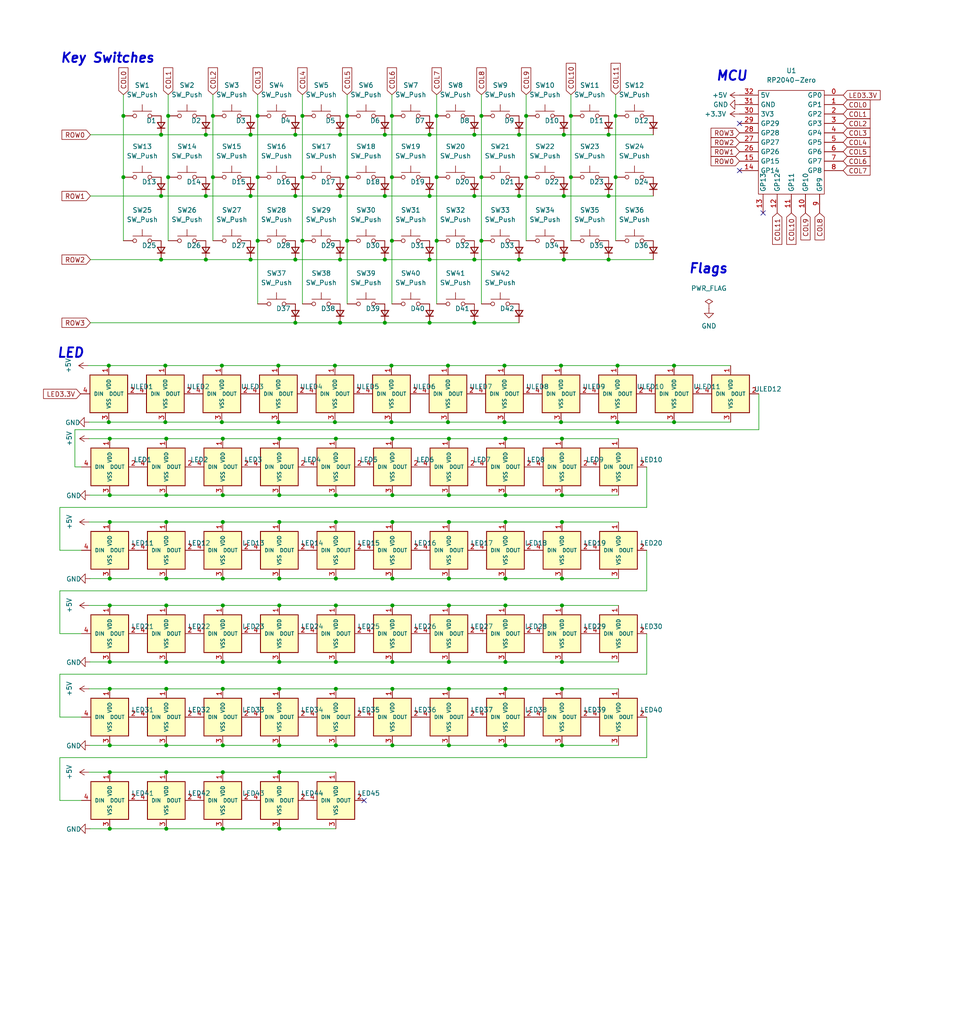
<source format=kicad_sch>
(kicad_sch (version 20230121) (generator eeschema)
  (paper "User" 260.985 275.996)
  (junction (at 43.434 52.832))
  (junction (at 67.564 52.832))
  (junction (at 121.031 178.435))
  (junction (at 90.551 163.195))
  (junction (at 115.824 86.995))
  (junction (at 90.297 113.792))
  (junction (at 151.257 98.552))
  (junction (at 115.824 69.977))
  (junction (at 69.469 64.897))
  (junction (at 121.031 185.674))
  (junction (at 136.271 155.956))
  (junction (at 91.694 86.995))
  (junction (at 103.759 52.832))
  (junction (at 136.271 140.716))
  (junction (at 75.311 163.195))
  (junction (at 60.071 140.716))
  (junction (at 60.071 223.393))
  (junction (at 136.271 185.674))
  (junction (at 90.551 185.674))
  (junction (at 141.859 47.752))
  (junction (at 75.311 178.435))
  (junction (at 127.889 36.322))
  (junction (at 79.629 36.322))
  (junction (at 29.591 163.195))
  (junction (at 29.591 140.716))
  (junction (at 121.031 200.914))
  (junction (at 90.551 133.477))
  (junction (at 44.831 133.477))
  (junction (at 33.274 31.242))
  (junction (at 90.551 200.914))
  (junction (at 164.084 52.832))
  (junction (at 44.831 185.674))
  (junction (at 151.257 113.792))
  (junction (at 60.071 200.914))
  (junction (at 93.599 47.752))
  (junction (at 44.831 118.237))
  (junction (at 152.019 52.832))
  (junction (at 129.794 64.897))
  (junction (at 60.071 185.674))
  (junction (at 75.311 155.956))
  (junction (at 43.434 36.322))
  (junction (at 181.737 113.792))
  (junction (at 151.511 118.237))
  (junction (at 121.031 155.956))
  (junction (at 29.591 223.393))
  (junction (at 151.511 133.477))
  (junction (at 75.057 98.552))
  (junction (at 44.831 140.716))
  (junction (at 121.031 133.477))
  (junction (at 57.404 31.242))
  (junction (at 153.924 47.752))
  (junction (at 75.311 208.153))
  (junction (at 81.534 64.897))
  (junction (at 127.889 69.977))
  (junction (at 91.694 52.832))
  (junction (at 181.737 98.552))
  (junction (at 152.019 69.977))
  (junction (at 136.017 113.792))
  (junction (at 121.031 163.195))
  (junction (at 151.511 140.716))
  (junction (at 105.791 185.674))
  (junction (at 90.297 98.552))
  (junction (at 139.954 52.832))
  (junction (at 79.629 69.977))
  (junction (at 91.694 69.977))
  (junction (at 55.499 69.977))
  (junction (at 151.511 200.914))
  (junction (at 69.469 31.242))
  (junction (at 136.271 200.914))
  (junction (at 59.817 113.792))
  (junction (at 75.311 133.477))
  (junction (at 90.551 140.716))
  (junction (at 60.071 118.237))
  (junction (at 75.311 118.237))
  (junction (at 127.889 52.832))
  (junction (at 115.824 52.832))
  (junction (at 136.271 133.477))
  (junction (at 136.271 118.237))
  (junction (at 105.791 163.195))
  (junction (at 105.791 140.716))
  (junction (at 75.311 200.914))
  (junction (at 29.591 185.674))
  (junction (at 164.084 36.322))
  (junction (at 103.759 36.322))
  (junction (at 117.729 31.242))
  (junction (at 105.791 178.435))
  (junction (at 79.629 86.995))
  (junction (at 105.664 31.242))
  (junction (at 93.599 31.242))
  (junction (at 60.071 178.435))
  (junction (at 29.591 178.435))
  (junction (at 165.989 31.242))
  (junction (at 120.777 113.792))
  (junction (at 105.664 64.897))
  (junction (at 152.019 36.322))
  (junction (at 75.311 140.716))
  (junction (at 44.831 163.195))
  (junction (at 45.339 31.242))
  (junction (at 93.599 64.897))
  (junction (at 60.071 163.195))
  (junction (at 105.664 47.752))
  (junction (at 90.551 178.435))
  (junction (at 44.831 208.153))
  (junction (at 44.831 223.393))
  (junction (at 153.924 31.242))
  (junction (at 103.759 86.995))
  (junction (at 60.071 155.956))
  (junction (at 33.274 47.752))
  (junction (at 164.084 69.977))
  (junction (at 44.831 178.435))
  (junction (at 29.591 155.956))
  (junction (at 105.791 155.956))
  (junction (at 105.537 113.792))
  (junction (at 29.591 200.914))
  (junction (at 44.577 113.792))
  (junction (at 166.497 113.792))
  (junction (at 57.404 47.752))
  (junction (at 136.271 178.435))
  (junction (at 43.434 69.977))
  (junction (at 55.499 52.832))
  (junction (at 141.859 31.242))
  (junction (at 105.537 98.552))
  (junction (at 115.824 36.322))
  (junction (at 136.017 98.552))
  (junction (at 105.791 118.237))
  (junction (at 151.511 155.956))
  (junction (at 60.071 208.153))
  (junction (at 90.551 118.237))
  (junction (at 120.777 98.552))
  (junction (at 75.311 223.393))
  (junction (at 103.759 69.977))
  (junction (at 29.591 118.237))
  (junction (at 151.511 163.195))
  (junction (at 151.511 185.674))
  (junction (at 139.954 36.322))
  (junction (at 29.337 113.792))
  (junction (at 91.694 36.322))
  (junction (at 29.337 98.552))
  (junction (at 67.564 69.977))
  (junction (at 151.511 178.435))
  (junction (at 105.791 133.477))
  (junction (at 55.499 36.322))
  (junction (at 139.954 69.977))
  (junction (at 166.497 98.552))
  (junction (at 59.817 98.552))
  (junction (at 136.271 163.195))
  (junction (at 79.629 52.832))
  (junction (at 90.551 155.956))
  (junction (at 75.057 113.792))
  (junction (at 44.577 98.552))
  (junction (at 69.469 47.752))
  (junction (at 44.831 155.956))
  (junction (at 127.889 86.995))
  (junction (at 45.339 47.752))
  (junction (at 105.791 200.914))
  (junction (at 60.071 133.477))
  (junction (at 29.591 208.153))
  (junction (at 75.311 185.674))
  (junction (at 121.031 140.716))
  (junction (at 121.031 118.237))
  (junction (at 165.989 47.752))
  (junction (at 81.534 31.242))
  (junction (at 44.831 200.914))
  (junction (at 117.729 64.897))
  (junction (at 81.534 47.752))
  (junction (at 29.591 133.477))
  (junction (at 129.794 31.242))
  (junction (at 67.564 36.322))
  (junction (at 117.729 47.752))
  (junction (at 129.794 47.752))
  (no_connect (at 199.39 45.974))
  (no_connect (at 98.171 215.773))
  (no_connect (at 199.39 33.274))
  (no_connect (at 205.74 57.404))
  (wire (pts (xy 60.071 208.153) (xy 75.311 208.153)))
  (wire (pts (xy 69.469 64.897) (xy 69.469 81.915)))
  (wire (pts (xy 129.794 47.752) (xy 129.794 64.897)))
  (wire (pts (xy 151.511 118.237) (xy 166.751 118.237)))
  (wire (pts (xy 141.859 31.242) (xy 141.859 47.752)))
  (wire (pts (xy 43.434 36.322) (xy 55.499 36.322)))
  (wire (pts (xy 29.591 140.716) (xy 44.831 140.716)))
  (wire (pts (xy 204.597 106.172) (xy 204.597 115.824)))
  (wire (pts (xy 59.817 98.552) (xy 75.057 98.552)))
  (wire (pts (xy 29.591 178.435) (xy 44.831 178.435)))
  (wire (pts (xy 151.511 185.674) (xy 166.751 185.674)))
  (wire (pts (xy 91.694 86.995) (xy 79.629 86.995)))
  (wire (pts (xy 90.551 163.195) (xy 105.791 163.195)))
  (wire (pts (xy 105.664 47.752) (xy 105.664 64.897)))
  (wire (pts (xy 55.499 52.832) (xy 67.564 52.832)))
  (wire (pts (xy 151.511 178.435) (xy 166.751 178.435)))
  (wire (pts (xy 151.511 155.956) (xy 166.751 155.956)))
  (wire (pts (xy 105.791 178.435) (xy 121.031 178.435)))
  (wire (pts (xy 129.794 64.897) (xy 129.794 81.915)))
  (wire (pts (xy 93.599 25.527) (xy 93.599 31.242)))
  (wire (pts (xy 103.759 86.995) (xy 115.824 86.995)))
  (wire (pts (xy 57.404 25.527) (xy 57.404 31.242)))
  (wire (pts (xy 174.371 170.815) (xy 174.371 181.737)))
  (wire (pts (xy 139.954 52.832) (xy 152.019 52.832)))
  (wire (pts (xy 16.129 170.815) (xy 21.971 170.815)))
  (wire (pts (xy 29.591 155.956) (xy 44.831 155.956)))
  (wire (pts (xy 24.257 178.435) (xy 29.591 178.435)))
  (wire (pts (xy 44.831 140.716) (xy 60.071 140.716)))
  (wire (pts (xy 90.551 140.716) (xy 105.791 140.716)))
  (wire (pts (xy 105.791 155.956) (xy 121.031 155.956)))
  (wire (pts (xy 24.384 52.832) (xy 43.434 52.832)))
  (wire (pts (xy 20.193 115.824) (xy 20.193 125.857)))
  (wire (pts (xy 165.989 47.752) (xy 165.989 64.897)))
  (wire (pts (xy 105.537 98.552) (xy 120.777 98.552)))
  (wire (pts (xy 166.497 98.552) (xy 181.737 98.552)))
  (wire (pts (xy 67.564 36.322) (xy 79.629 36.322)))
  (wire (pts (xy 121.031 200.914) (xy 136.271 200.914)))
  (wire (pts (xy 105.791 140.716) (xy 121.031 140.716)))
  (wire (pts (xy 181.737 113.792) (xy 196.977 113.792)))
  (wire (pts (xy 55.499 36.322) (xy 67.564 36.322)))
  (wire (pts (xy 16.129 193.294) (xy 21.971 193.294)))
  (wire (pts (xy 127.889 86.995) (xy 139.954 86.995)))
  (wire (pts (xy 105.791 163.195) (xy 121.031 163.195)))
  (wire (pts (xy 91.694 86.995) (xy 103.759 86.995)))
  (wire (pts (xy 117.729 47.752) (xy 117.729 64.897)))
  (wire (pts (xy 33.274 47.752) (xy 33.274 64.897)))
  (wire (pts (xy 115.824 36.322) (xy 127.889 36.322)))
  (wire (pts (xy 151.257 98.552) (xy 166.497 98.552)))
  (wire (pts (xy 121.031 163.195) (xy 136.271 163.195)))
  (wire (pts (xy 136.017 98.552) (xy 151.257 98.552)))
  (wire (pts (xy 115.824 86.995) (xy 127.889 86.995)))
  (wire (pts (xy 44.831 223.393) (xy 60.071 223.393)))
  (wire (pts (xy 24.003 208.153) (xy 29.591 208.153)))
  (wire (pts (xy 24.257 200.914) (xy 29.591 200.914)))
  (wire (pts (xy 44.831 163.195) (xy 60.071 163.195)))
  (wire (pts (xy 174.371 159.258) (xy 16.129 159.258)))
  (wire (pts (xy 166.497 113.792) (xy 181.737 113.792)))
  (wire (pts (xy 29.591 163.195) (xy 44.831 163.195)))
  (wire (pts (xy 174.371 193.294) (xy 174.371 204.216)))
  (wire (pts (xy 79.629 52.832) (xy 91.694 52.832)))
  (wire (pts (xy 29.591 200.914) (xy 44.831 200.914)))
  (wire (pts (xy 75.311 185.674) (xy 90.551 185.674)))
  (wire (pts (xy 103.759 36.322) (xy 115.824 36.322)))
  (wire (pts (xy 69.469 47.752) (xy 69.469 64.897)))
  (wire (pts (xy 81.534 31.242) (xy 81.534 47.752)))
  (wire (pts (xy 16.129 215.773) (xy 21.971 215.773)))
  (wire (pts (xy 29.337 113.792) (xy 44.577 113.792)))
  (wire (pts (xy 16.129 136.779) (xy 16.129 148.336)))
  (wire (pts (xy 75.311 200.914) (xy 90.551 200.914)))
  (wire (pts (xy 44.831 155.956) (xy 60.071 155.956)))
  (wire (pts (xy 127.889 52.832) (xy 139.954 52.832)))
  (wire (pts (xy 91.694 69.977) (xy 103.759 69.977)))
  (wire (pts (xy 16.129 193.294) (xy 16.129 181.737)))
  (wire (pts (xy 93.599 64.897) (xy 93.599 81.915)))
  (wire (pts (xy 44.831 208.153) (xy 60.071 208.153)))
  (wire (pts (xy 75.311 118.237) (xy 90.551 118.237)))
  (wire (pts (xy 91.694 52.832) (xy 103.759 52.832)))
  (wire (pts (xy 115.824 52.832) (xy 127.889 52.832)))
  (wire (pts (xy 16.129 170.815) (xy 16.129 159.258)))
  (wire (pts (xy 151.257 113.792) (xy 166.497 113.792)))
  (wire (pts (xy 29.591 185.674) (xy 44.831 185.674)))
  (wire (pts (xy 90.297 113.792) (xy 105.537 113.792)))
  (wire (pts (xy 121.031 178.435) (xy 136.271 178.435)))
  (wire (pts (xy 127.889 69.977) (xy 139.954 69.977)))
  (wire (pts (xy 44.577 98.552) (xy 59.817 98.552)))
  (wire (pts (xy 67.564 69.977) (xy 79.629 69.977)))
  (wire (pts (xy 174.371 181.737) (xy 16.129 181.737)))
  (wire (pts (xy 139.954 36.322) (xy 152.019 36.322)))
  (wire (pts (xy 60.071 155.956) (xy 75.311 155.956)))
  (wire (pts (xy 141.859 25.527) (xy 141.859 31.242)))
  (wire (pts (xy 75.311 133.477) (xy 90.551 133.477)))
  (wire (pts (xy 23.749 98.552) (xy 29.337 98.552)))
  (wire (pts (xy 75.311 223.393) (xy 90.551 223.393)))
  (wire (pts (xy 152.019 69.977) (xy 164.084 69.977)))
  (wire (pts (xy 153.924 25.527) (xy 153.924 31.242)))
  (wire (pts (xy 136.017 113.792) (xy 151.257 113.792)))
  (wire (pts (xy 75.311 163.195) (xy 90.551 163.195)))
  (wire (pts (xy 60.071 118.237) (xy 75.311 118.237)))
  (wire (pts (xy 60.071 133.477) (xy 75.311 133.477)))
  (wire (pts (xy 60.071 140.716) (xy 75.311 140.716)))
  (wire (pts (xy 75.057 113.792) (xy 90.297 113.792)))
  (wire (pts (xy 121.031 185.674) (xy 136.271 185.674)))
  (wire (pts (xy 33.274 25.527) (xy 33.274 31.242)))
  (wire (pts (xy 136.271 118.237) (xy 151.511 118.237)))
  (wire (pts (xy 43.434 69.977) (xy 55.499 69.977)))
  (wire (pts (xy 91.694 36.322) (xy 103.759 36.322)))
  (wire (pts (xy 44.831 178.435) (xy 60.071 178.435)))
  (wire (pts (xy 174.371 204.216) (xy 16.129 204.216)))
  (wire (pts (xy 43.434 52.832) (xy 55.499 52.832)))
  (wire (pts (xy 60.071 223.393) (xy 75.311 223.393)))
  (wire (pts (xy 93.599 47.752) (xy 93.599 64.897)))
  (wire (pts (xy 33.274 31.242) (xy 33.274 47.752)))
  (wire (pts (xy 75.057 98.552) (xy 90.297 98.552)))
  (wire (pts (xy 141.859 47.752) (xy 141.859 64.897)))
  (wire (pts (xy 90.551 155.956) (xy 105.791 155.956)))
  (wire (pts (xy 121.031 140.716) (xy 136.271 140.716)))
  (wire (pts (xy 174.371 148.336) (xy 174.371 159.258)))
  (wire (pts (xy 121.031 133.477) (xy 136.271 133.477)))
  (wire (pts (xy 129.794 31.242) (xy 129.794 47.752)))
  (wire (pts (xy 136.271 133.477) (xy 151.511 133.477)))
  (wire (pts (xy 151.511 133.477) (xy 166.751 133.477)))
  (wire (pts (xy 127.889 36.322) (xy 139.954 36.322)))
  (wire (pts (xy 136.271 155.956) (xy 151.511 155.956)))
  (wire (pts (xy 60.071 163.195) (xy 75.311 163.195)))
  (wire (pts (xy 139.954 69.977) (xy 152.019 69.977)))
  (wire (pts (xy 24.003 113.792) (xy 29.337 113.792)))
  (wire (pts (xy 67.564 52.832) (xy 79.629 52.832)))
  (wire (pts (xy 20.193 115.824) (xy 204.597 115.824)))
  (wire (pts (xy 29.591 208.153) (xy 44.831 208.153)))
  (wire (pts (xy 44.831 200.914) (xy 60.071 200.914)))
  (wire (pts (xy 105.664 64.897) (xy 105.664 81.915)))
  (wire (pts (xy 16.129 215.773) (xy 16.129 204.216)))
  (wire (pts (xy 60.071 185.674) (xy 75.311 185.674)))
  (wire (pts (xy 105.791 118.237) (xy 121.031 118.237)))
  (wire (pts (xy 44.831 133.477) (xy 60.071 133.477)))
  (wire (pts (xy 69.469 25.527) (xy 69.469 31.242)))
  (wire (pts (xy 79.629 69.977) (xy 91.694 69.977)))
  (wire (pts (xy 24.384 69.977) (xy 43.434 69.977)))
  (wire (pts (xy 24.384 36.322) (xy 43.434 36.322)))
  (wire (pts (xy 75.311 178.435) (xy 90.551 178.435)))
  (wire (pts (xy 90.297 98.552) (xy 105.537 98.552)))
  (wire (pts (xy 105.791 200.914) (xy 121.031 200.914)))
  (wire (pts (xy 153.924 47.752) (xy 153.924 64.897)))
  (wire (pts (xy 45.339 25.527) (xy 45.339 31.242)))
  (wire (pts (xy 45.339 31.242) (xy 45.339 47.752)))
  (wire (pts (xy 90.551 118.237) (xy 105.791 118.237)))
  (wire (pts (xy 69.469 31.242) (xy 69.469 47.752)))
  (wire (pts (xy 136.271 185.674) (xy 151.511 185.674)))
  (wire (pts (xy 45.339 47.752) (xy 45.339 64.897)))
  (wire (pts (xy 117.729 31.242) (xy 117.729 47.752)))
  (wire (pts (xy 44.831 185.674) (xy 60.071 185.674)))
  (wire (pts (xy 79.629 86.995) (xy 24.384 86.995)))
  (wire (pts (xy 152.019 36.322) (xy 164.084 36.322)))
  (wire (pts (xy 24.257 133.477) (xy 29.591 133.477)))
  (wire (pts (xy 59.817 113.792) (xy 75.057 113.792)))
  (wire (pts (xy 81.534 25.527) (xy 81.534 31.242)))
  (wire (pts (xy 103.759 52.832) (xy 115.824 52.832)))
  (wire (pts (xy 164.084 69.977) (xy 176.149 69.977)))
  (wire (pts (xy 151.511 163.195) (xy 166.751 163.195)))
  (wire (pts (xy 105.791 185.674) (xy 121.031 185.674)))
  (wire (pts (xy 129.794 25.527) (xy 129.794 31.242)))
  (wire (pts (xy 75.311 140.716) (xy 90.551 140.716)))
  (wire (pts (xy 121.031 155.956) (xy 136.271 155.956)))
  (wire (pts (xy 44.577 113.792) (xy 59.817 113.792)))
  (wire (pts (xy 165.989 25.527) (xy 165.989 31.242)))
  (wire (pts (xy 24.003 185.674) (xy 29.591 185.674)))
  (wire (pts (xy 60.071 178.435) (xy 75.311 178.435)))
  (wire (pts (xy 120.777 98.552) (xy 136.017 98.552)))
  (wire (pts (xy 81.534 47.752) (xy 81.534 64.897)))
  (wire (pts (xy 57.404 47.752) (xy 57.404 64.897)))
  (wire (pts (xy 105.537 113.792) (xy 120.777 113.792)))
  (wire (pts (xy 164.084 36.322) (xy 176.149 36.322)))
  (wire (pts (xy 90.551 185.674) (xy 105.791 185.674)))
  (wire (pts (xy 120.777 113.792) (xy 136.017 113.792)))
  (wire (pts (xy 24.003 140.716) (xy 29.591 140.716)))
  (wire (pts (xy 151.511 200.914) (xy 166.751 200.914)))
  (wire (pts (xy 151.511 140.716) (xy 166.751 140.716)))
  (wire (pts (xy 24.257 155.956) (xy 29.591 155.956)))
  (wire (pts (xy 75.311 155.956) (xy 90.551 155.956)))
  (wire (pts (xy 93.599 31.242) (xy 93.599 47.752)))
  (wire (pts (xy 79.629 36.322) (xy 91.694 36.322)))
  (wire (pts (xy 181.737 98.552) (xy 196.977 98.552)))
  (wire (pts (xy 174.371 125.857) (xy 174.371 136.779)))
  (wire (pts (xy 121.031 118.237) (xy 136.271 118.237)))
  (wire (pts (xy 55.499 69.977) (xy 67.564 69.977)))
  (wire (pts (xy 20.193 125.857) (xy 21.971 125.857)))
  (wire (pts (xy 24.003 118.237) (xy 29.591 118.237)))
  (wire (pts (xy 165.989 31.242) (xy 165.989 47.752)))
  (wire (pts (xy 29.591 223.393) (xy 44.831 223.393)))
  (wire (pts (xy 105.791 133.477) (xy 121.031 133.477)))
  (wire (pts (xy 90.551 133.477) (xy 105.791 133.477)))
  (wire (pts (xy 164.084 52.832) (xy 176.149 52.832)))
  (wire (pts (xy 57.404 31.242) (xy 57.404 47.752)))
  (wire (pts (xy 117.729 25.527) (xy 117.729 31.242)))
  (wire (pts (xy 24.003 163.195) (xy 29.591 163.195)))
  (wire (pts (xy 136.271 163.195) (xy 151.511 163.195)))
  (wire (pts (xy 117.729 64.897) (xy 117.729 81.915)))
  (wire (pts (xy 60.071 200.914) (xy 75.311 200.914)))
  (wire (pts (xy 29.337 98.552) (xy 44.577 98.552)))
  (wire (pts (xy 136.271 140.716) (xy 151.511 140.716)))
  (wire (pts (xy 115.824 69.977) (xy 127.889 69.977)))
  (wire (pts (xy 29.591 118.237) (xy 44.831 118.237)))
  (wire (pts (xy 105.664 31.242) (xy 105.664 47.752)))
  (wire (pts (xy 29.591 133.477) (xy 44.831 133.477)))
  (wire (pts (xy 174.371 136.779) (xy 16.129 136.779)))
  (wire (pts (xy 136.271 200.914) (xy 151.511 200.914)))
  (wire (pts (xy 90.551 178.435) (xy 105.791 178.435)))
  (wire (pts (xy 75.311 208.153) (xy 90.551 208.153)))
  (wire (pts (xy 105.664 25.527) (xy 105.664 31.242)))
  (wire (pts (xy 136.271 178.435) (xy 151.511 178.435)))
  (wire (pts (xy 44.831 118.237) (xy 60.071 118.237)))
  (wire (pts (xy 153.924 31.242) (xy 153.924 47.752)))
  (wire (pts (xy 16.129 148.336) (xy 21.971 148.336)))
  (wire (pts (xy 90.551 200.914) (xy 105.791 200.914)))
  (wire (pts (xy 152.019 52.832) (xy 164.084 52.832)))
  (wire (pts (xy 24.257 223.393) (xy 29.591 223.393)))
  (wire (pts (xy 81.534 64.897) (xy 81.534 81.915)))
  (wire (pts (xy 103.759 69.977) (xy 115.824 69.977)))
  (text "Flags" (at 185.547 74.041 0) (effects (font (size 2.54 2.54) (thickness 0.508) bold italic) (justify left bottom)))
  (text "LED" (at 15.24 96.774 0) (effects (font (size 2.54 2.54) (thickness 0.508) bold italic) (justify left bottom)))
  (text "MCU" (at 192.913 22.098 0) (effects (font (size 2.54 2.54) (thickness 0.508) bold italic) (justify left bottom)))
  (text "Key Switches" (at 16.129 17.272 0) (effects (font (size 2.54 2.54) (thickness 0.508) bold italic) (justify left bottom)))
  (global_label "COL3" (shape input) (at 69.469 25.527 90) (property "Intersheetrefs" "${INTERSHEET_REFS}" (effects hide)))
  (global_label "COL2" (shape input) (at 227.33 33.274 0) (property "Intersheetrefs" "${INTERSHEET_REFS}" (effects hide)))
  (global_label "COL1" (shape input) (at 227.33 30.734 0) (property "Intersheetrefs" "${INTERSHEET_REFS}" (effects hide)))
  (global_label "ROW1" (shape input) (at 199.39 40.894 180) (property "Intersheetrefs" "${INTERSHEET_REFS}" (effects hide)))
  (global_label "LED3.3V" (shape input) (at 227.33 25.654 0) (property "Intersheetrefs" "${INTERSHEET_REFS}" (effects hide)) (property "シート間のリファレンス" "${INTERSHEET_REFS}" (effects hide)))
  (global_label "COL6" (shape input) (at 227.33 43.434 0) (property "Intersheetrefs" "${INTERSHEET_REFS}" (effects hide)))
  (global_label "COL10" (shape input) (at 153.924 25.527 90) (property "Intersheetrefs" "${INTERSHEET_REFS}" (effects hide)))
  (global_label "COL3" (shape input) (at 227.33 35.814 0) (property "Intersheetrefs" "${INTERSHEET_REFS}" (effects hide)))
  (global_label "ROW1" (shape input) (at 24.384 52.832 180) (property "Intersheetrefs" "${INTERSHEET_REFS}" (effects hide)))
  (global_label "COL4" (shape input) (at 227.33 38.354 0) (property "Intersheetrefs" "${INTERSHEET_REFS}" (effects hide)))
  (global_label "COL4" (shape input) (at 81.534 25.527 90) (property "Intersheetrefs" "${INTERSHEET_REFS}" (effects hide)))
  (global_label "COL5" (shape input) (at 93.599 25.527 90) (property "Intersheetrefs" "${INTERSHEET_REFS}" (effects hide)))
  (global_label "COL5" (shape input) (at 227.33 40.894 0) (property "Intersheetrefs" "${INTERSHEET_REFS}" (effects hide)))
  (global_label "COL2" (shape input) (at 57.404 25.527 90) (property "Intersheetrefs" "${INTERSHEET_REFS}" (effects hide)))
  (global_label "ROW2" (shape input) (at 199.39 38.354 180) (property "Intersheetrefs" "${INTERSHEET_REFS}" (effects hide)))
  (global_label "COL8" (shape input) (at 220.98 57.404 270) (property "Intersheetrefs" "${INTERSHEET_REFS}" (effects hide)))
  (global_label "ROW3" (shape input) (at 199.39 35.814 180) (property "Intersheetrefs" "${INTERSHEET_REFS}" (effects hide)))
  (global_label "COL0" (shape input) (at 33.274 25.527 90) (property "Intersheetrefs" "${INTERSHEET_REFS}" (effects hide)))
  (global_label "ROW0" (shape input) (at 199.39 43.434 180) (property "Intersheetrefs" "${INTERSHEET_REFS}" (effects hide)))
  (global_label "COL11" (shape input) (at 165.989 25.527 90) (property "Intersheetrefs" "${INTERSHEET_REFS}" (effects hide)))
  (global_label "COL8" (shape input) (at 129.794 25.527 90) (property "Intersheetrefs" "${INTERSHEET_REFS}" (effects hide)))
  (global_label "COL10" (shape input) (at 213.36 57.404 270) (property "Intersheetrefs" "${INTERSHEET_REFS}" (effects hide)))
  (global_label "COL0" (shape input) (at 227.33 28.194 0) (property "Intersheetrefs" "${INTERSHEET_REFS}" (effects hide)))
  (global_label "ROW0" (shape input) (at 24.384 36.322 180) (property "Intersheetrefs" "${INTERSHEET_REFS}" (effects hide)))
  (global_label "LED3.3V" (shape input) (at 21.717 106.172 180) (property "Intersheetrefs" "${INTERSHEET_REFS}" (effects hide)) (property "シート間のリファレンス" "${INTERSHEET_REFS}" (effects hide)))
  (global_label "COL6" (shape input) (at 105.664 25.527 90) (property "Intersheetrefs" "${INTERSHEET_REFS}" (effects hide)))
  (global_label "COL11" (shape input) (at 209.55 57.404 270) (property "Intersheetrefs" "${INTERSHEET_REFS}" (effects hide)))
  (global_label "COL9" (shape input) (at 141.859 25.527 90) (property "Intersheetrefs" "${INTERSHEET_REFS}" (effects hide)))
  (global_label "ROW2" (shape input) (at 24.384 69.977 180) (property "Intersheetrefs" "${INTERSHEET_REFS}" (effects hide)))
  (global_label "COL7" (shape input) (at 227.33 45.974 0) (property "Intersheetrefs" "${INTERSHEET_REFS}" (effects hide)))
  (global_label "COL7" (shape input) (at 117.729 25.527 90) (property "Intersheetrefs" "${INTERSHEET_REFS}" (effects hide)))
  (global_label "COL9" (shape input) (at 217.17 57.404 270) (property "Intersheetrefs" "${INTERSHEET_REFS}" (effects hide)))
  (global_label "ROW3" (shape input) (at 24.384 86.995 180) (property "Intersheetrefs" "${INTERSHEET_REFS}" (effects hide)))
  (global_label "COL1" (shape input) (at 45.339 25.527 90) (property "Intersheetrefs" "${INTERSHEET_REFS}" (effects hide)))
  (symbol (lib_id "Noraneko:SK6812MINI-E") (at 44.831 148.336 0) (unit 1)
    (property "Reference" "LED12" (at 53.721 146.3916 0))
    (property "Value" "SK6812MINI-E" (effects hide))
    (property "Footprint" "Noraneko:SK6812MINI-E" (effects hide))
  )
  (symbol (lib_id "Switch:SW_Push") (at 74.549 64.897 0) (unit 1)
    (property "Reference" "SW28" (at 74.549 56.642 0))
    (property "Value" "SW_Push" (at 74.549 59.182 0))
    (property "Footprint" "Noraneko:MX_Socket" (effects hide))
  )
  (symbol (lib_id "Switch:SW_Push") (at 50.419 47.752 0) (unit 1)
    (property "Reference" "SW14" (at 50.419 39.497 0))
    (property "Value" "SW_Push" (at 50.419 42.037 0))
    (property "Footprint" "Noraneko:MX_Socket" (effects hide))
  )
  (symbol (lib_id "Noraneko:SK6812MINI-E") (at 44.831 125.857 0) (unit 1)
    (property "Reference" "LED2" (at 53.721 123.9126 0))
    (property "Value" "SK6812MINI-E" (effects hide))
    (property "Footprint" "Noraneko:SK6812MINI-E" (effects hide))
  )
  (symbol (lib_id "Switch:SW_Push") (at 122.809 64.897 0) (unit 1)
    (property "Reference" "SW32" (at 122.809 56.642 0))
    (property "Value" "SW_Push" (at 122.809 59.182 0))
    (property "Footprint" "Noraneko:MX_Socket" (effects hide))
  )
  (symbol (lib_id "Noraneko:SK6812MINI-E") (at 181.737 106.172 0) (unit 1)
    (property "Reference" "ULED11" (at 190.627 104.2276 0))
    (property "Value" "WS2812B" (effects hide))
    (property "Footprint" "Noraneko:WS2812B_PLCC4_5.0x5.0mm" (effects hide))
    (property "LCSC" "C2843785" (effects hide))
  )
  (symbol (lib_id "Noraneko:SK6812MINI-E") (at 105.791 193.294 0) (unit 1)
    (property "Reference" "LED36" (at 114.681 191.3496 0))
    (property "Value" "SK6812MINI-E" (effects hide))
    (property "Footprint" "Noraneko:SK6812MINI-E" (effects hide))
  )
  (symbol (lib_id "Noraneko:SK6812MINI-E") (at 75.311 125.857 0) (unit 1)
    (property "Reference" "LED4" (at 84.201 123.9126 0))
    (property "Value" "SK6812MINI-E" (effects hide))
    (property "Footprint" "Noraneko:SK6812MINI-E" (effects hide))
  )
  (symbol (lib_id "Noraneko:SK6812MINI-E") (at 121.031 148.336 0) (unit 1)
    (property "Reference" "LED17" (at 129.921 146.3916 0))
    (property "Value" "SK6812MINI-E" (effects hide))
    (property "Footprint" "Noraneko:SK6812MINI-E" (effects hide))
  )
  (symbol (lib_id "Noraneko:SK6812MINI-E") (at 44.577 106.172 0) (unit 1)
    (property "Reference" "ULED2" (at 53.467 104.2276 0))
    (property "Value" "WS2812B" (effects hide))
    (property "Footprint" "Noraneko:WS2812B_PLCC4_5.0x5.0mm" (effects hide))
    (property "LCSC" "C2843785" (effects hide))
  )
  (symbol (lib_id "Noraneko:SK6812MINI-E") (at 90.551 193.294 0) (unit 1)
    (property "Reference" "LED35" (at 99.441 191.3496 0))
    (property "Value" "SK6812MINI-E" (effects hide))
    (property "Footprint" "Noraneko:SK6812MINI-E" (effects hide))
  )
  (symbol (lib_id "Noraneko:SK6812MINI-E") (at 166.751 193.294 0) (unit 1)
    (property "Reference" "LED40" (at 175.641 191.3496 0))
    (property "Value" "SK6812MINI-E" (effects hide))
    (property "Footprint" "Noraneko:SK6812MINI-E" (effects hide))
  )
  (symbol (lib_id "Switch:SW_Push") (at 171.069 31.242 0) (unit 1)
    (property "Reference" "SW12" (at 171.069 22.987 0))
    (property "Value" "SW_Push" (at 171.069 25.527 0))
    (property "Footprint" "Noraneko:MX_Socket" (effects hide))
  )
  (symbol (lib_id "power:GND") (at 24.257 133.477 270) (unit 1)
    (property "Reference" "#PWR08" (effects hide))
    (property "Value" "GND" (at 19.8628 133.604 90))
  )
  (symbol (lib_id "Switch:SW_Push") (at 50.419 64.897 0) (unit 1)
    (property "Reference" "SW26" (at 50.419 56.642 0))
    (property "Value" "SW_Push" (at 50.419 59.182 0))
    (property "Footprint" "Noraneko:MX_Socket" (effects hide))
  )
  (symbol (lib_id "Noraneko:SK6812MINI-E") (at 90.551 170.815 0) (unit 1)
    (property "Reference" "LED25" (at 99.441 168.8706 0))
    (property "Value" "SK6812MINI-E" (effects hide))
    (property "Footprint" "Noraneko:SK6812MINI-E" (effects hide))
  )
  (symbol (lib_id "Switch:SW_Push") (at 134.874 81.915 0) (unit 1)
    (property "Reference" "SW42" (at 134.874 73.66 0))
    (property "Value" "SW_Push" (at 134.874 76.2 0))
    (property "Footprint" "Noraneko:MX_Socket" (effects hide))
  )
  (symbol (lib_id "Switch:SW_Push") (at 38.354 47.752 0) (unit 1)
    (property "Reference" "SW13" (at 38.354 39.497 0))
    (property "Value" "SW_Push" (at 38.354 42.037 0))
    (property "Footprint" "Noraneko:MX_Socket" (effects hide))
  )
  (symbol (lib_id "Noraneko:SK6812MINI-E") (at 75.311 193.294 0) (unit 1)
    (property "Reference" "LED34" (at 84.201 191.3496 0))
    (property "Value" "SK6812MINI-E" (effects hide))
    (property "Footprint" "Noraneko:SK6812MINI-E" (effects hide))
  )
  (symbol (lib_id "Device:D_Small") (at 176.149 33.782 90) (unit 1)
    (property "Reference" "D12" (at 174.879 32.512 90) (effects (justify left)))
    (property "Value" "D" (effects hide))
    (property "Footprint" "Noraneko:1N4148W" (effects hide))
    (property "LCSC" "C81598" (effects hide))
    (property "Sim.Device" "D" (effects hide))
    (property "Sim.Pins" "1=K 2=A" (effects hide))
  )
  (symbol (lib_id "Device:D_Small") (at 164.084 67.437 90) (unit 1)
    (property "Reference" "D35" (at 162.814 66.167 90) (effects (justify left)))
    (property "Value" "D" (effects hide))
    (property "Footprint" "Noraneko:1N4148W" (effects hide))
    (property "LCSC" "C81598" (effects hide))
    (property "Sim.Device" "D" (effects hide))
    (property "Sim.Pins" "1=K 2=A" (effects hide))
  )
  (symbol (lib_id "Noraneko:SK6812MINI-E") (at 60.071 193.294 0) (unit 1)
    (property "Reference" "LED33" (at 68.326 191.3496 0))
    (property "Value" "SK6812MINI-E" (effects hide))
    (property "Footprint" "Noraneko:SK6812MINI-E" (effects hide))
  )
  (symbol (lib_id "Device:D_Small") (at 176.149 67.437 90) (unit 1)
    (property "Reference" "D36" (at 174.879 66.167 90) (effects (justify left)))
    (property "Value" "D" (effects hide))
    (property "Footprint" "Noraneko:1N4148W" (effects hide))
    (property "LCSC" "C81598" (effects hide))
    (property "Sim.Device" "D" (effects hide))
    (property "Sim.Pins" "1=K 2=A" (effects hide))
  )
  (symbol (lib_id "Switch:SW_Push") (at 134.874 31.242 0) (unit 1)
    (property "Reference" "SW9" (at 134.874 22.987 0))
    (property "Value" "SW_Push" (at 134.874 25.527 0))
    (property "Footprint" "Noraneko:MX_Socket" (effects hide))
  )
  (symbol (lib_id "power:+5V") (at 23.749 98.552 90) (unit 1)
    (property "Reference" "#PWR05" (effects hide))
    (property "Value" "+5V" (at 18.415 98.552 0))
  )
  (symbol (lib_id "Device:D_Small") (at 152.019 33.782 90) (unit 1)
    (property "Reference" "D10" (at 150.749 32.512 90) (effects (justify left)))
    (property "Value" "D" (effects hide))
    (property "Footprint" "Noraneko:1N4148W" (effects hide))
    (property "LCSC" "C81598" (effects hide))
    (property "Sim.Device" "D" (effects hide))
    (property "Sim.Pins" "1=K 2=A" (effects hide))
  )
  (symbol (lib_id "power:GND") (at 24.257 178.435 270) (unit 1)
    (property "Reference" "#PWR012" (effects hide))
    (property "Value" "GND" (at 19.8628 178.562 90))
  )
  (symbol (lib_id "Noraneko:SK6812MINI-E") (at 90.551 125.857 0) (unit 1)
    (property "Reference" "LED5" (at 99.441 123.9126 0))
    (property "Value" "SK6812MINI-E" (effects hide))
    (property "Footprint" "Noraneko:SK6812MINI-E" (effects hide))
  )
  (symbol (lib_id "Switch:SW_Push") (at 86.614 47.752 0) (unit 1)
    (property "Reference" "SW17" (at 86.614 39.497 0))
    (property "Value" "SW_Push" (at 86.614 42.037 0))
    (property "Footprint" "Noraneko:MX_Socket" (effects hide))
  )
  (symbol (lib_id "Noraneko:SK6812MINI-E") (at 44.831 193.294 0) (unit 1)
    (property "Reference" "LED32" (at 53.721 191.3496 0))
    (property "Value" "SK6812MINI-E" (effects hide))
    (property "Footprint" "Noraneko:SK6812MINI-E" (effects hide))
  )
  (symbol (lib_id "Device:D_Small") (at 43.434 50.292 90) (unit 1)
    (property "Reference" "D13" (at 42.164 49.022 90) (effects (justify left)))
    (property "Value" "D" (effects hide))
    (property "Footprint" "Noraneko:1N4148W" (effects hide))
    (property "LCSC" "C81598" (effects hide))
    (property "Sim.Device" "D" (effects hide))
    (property "Sim.Pins" "1=K 2=A" (effects hide))
  )
  (symbol (lib_id "Noraneko:SK6812MINI-E") (at 151.511 148.336 0) (unit 1)
    (property "Reference" "LED19" (at 160.401 146.3916 0))
    (property "Value" "SK6812MINI-E" (effects hide))
    (property "Footprint" "Noraneko:SK6812MINI-E" (effects hide))
  )
  (symbol (lib_id "Switch:SW_Push") (at 171.069 64.897 0) (unit 1)
    (property "Reference" "SW36" (at 171.069 56.642 0))
    (property "Value" "SW_Push" (at 171.069 59.182 0))
    (property "Footprint" "Noraneko:MX_Socket" (effects hide))
  )
  (symbol (lib_id "Device:D_Small") (at 67.564 67.437 90) (unit 1)
    (property "Reference" "D27" (at 66.294 66.167 90) (effects (justify left)))
    (property "Value" "D" (effects hide))
    (property "Footprint" "Noraneko:1N4148W" (effects hide))
    (property "LCSC" "C81598" (effects hide))
    (property "Sim.Device" "D" (effects hide))
    (property "Sim.Pins" "1=K 2=A" (effects hide))
  )
  (symbol (lib_id "Noraneko:SK6812MINI-E") (at 151.511 193.294 0) (unit 1)
    (property "Reference" "LED39" (at 160.401 191.3496 0))
    (property "Value" "SK6812MINI-E" (effects hide))
    (property "Footprint" "Noraneko:SK6812MINI-E" (effects hide))
  )
  (symbol (lib_id "Noraneko:SK6812MINI-E") (at 136.271 125.857 0) (unit 1)
    (property "Reference" "LED8" (at 144.526 123.9126 0))
    (property "Value" "SK6812MINI-E" (effects hide))
    (property "Footprint" "Noraneko:SK6812MINI-E" (effects hide))
  )
  (symbol (lib_id "Switch:SW_Push") (at 86.614 64.897 0) (unit 1)
    (property "Reference" "SW29" (at 86.614 56.642 0))
    (property "Value" "SW_Push" (at 86.614 59.182 0))
    (property "Footprint" "Noraneko:MX_Socket" (effects hide))
  )
  (symbol (lib_id "Noraneko:SK6812MINI-E") (at 44.831 170.815 0) (unit 1)
    (property "Reference" "LED22" (at 53.721 168.8706 0))
    (property "Value" "SK6812MINI-E" (effects hide))
    (property "Footprint" "Noraneko:SK6812MINI-E" (effects hide))
  )
  (symbol (lib_id "Noraneko:SK6812MINI-E") (at 121.031 170.815 0) (unit 1)
    (property "Reference" "LED27" (at 129.921 168.8706 0))
    (property "Value" "SK6812MINI-E" (effects hide))
    (property "Footprint" "Noraneko:SK6812MINI-E" (effects hide))
  )
  (symbol (lib_id "Switch:SW_Push") (at 146.939 64.897 0) (unit 1)
    (property "Reference" "SW34" (at 146.939 56.642 0))
    (property "Value" "SW_Push" (at 146.939 59.182 0))
    (property "Footprint" "Noraneko:MX_Socket" (effects hide))
  )
  (symbol (lib_id "Switch:SW_Push") (at 110.744 64.897 0) (unit 1)
    (property "Reference" "SW31" (at 110.744 56.642 0))
    (property "Value" "SW_Push" (at 110.744 59.182 0))
    (property "Footprint" "Noraneko:MX_Socket" (effects hide))
  )
  (symbol (lib_id "Noraneko:SK6812MINI-E") (at 90.551 215.773 0) (unit 1)
    (property "Reference" "LED45" (at 99.441 213.8286 0))
    (property "Value" "SK6812MINI-E" (effects hide))
    (property "Footprint" "Noraneko:SK6812MINI-E" (effects hide))
  )
  (symbol (lib_id "power:GND") (at 24.257 155.956 270) (unit 1)
    (property "Reference" "#PWR010" (effects hide))
    (property "Value" "GND" (at 19.8628 156.083 90))
  )
  (symbol (lib_id "Noraneko:SK6812MINI-E") (at 75.311 170.815 0) (unit 1)
    (property "Reference" "LED24" (at 84.201 168.8706 0))
    (property "Value" "SK6812MINI-E" (effects hide))
    (property "Footprint" "Noraneko:SK6812MINI-E" (effects hide))
  )
  (symbol (lib_id "Noraneko:SK6812MINI-E") (at 75.311 215.773 0) (unit 1)
    (property "Reference" "LED44" (at 84.201 213.8286 0))
    (property "Value" "SK6812MINI-E" (effects hide))
    (property "Footprint" "Noraneko:SK6812MINI-E" (effects hide))
  )
  (symbol (lib_id "Noraneko:SK6812MINI-E") (at 105.791 125.857 0) (unit 1)
    (property "Reference" "LED6" (at 114.681 123.9126 0))
    (property "Value" "SK6812MINI-E" (effects hide))
    (property "Footprint" "Noraneko:SK6812MINI-E" (effects hide))
  )
  (symbol (lib_id "Device:D_Small") (at 91.694 84.455 90) (unit 1)
    (property "Reference" "D38" (at 90.424 83.185 90) (effects (justify left)))
    (property "Value" "D" (effects hide))
    (property "Footprint" "Noraneko:1N4148W" (effects hide))
    (property "LCSC" "C81598" (effects hide))
    (property "Sim.Device" "D" (effects hide))
    (property "Sim.Pins" "1=K 2=A" (effects hide))
  )
  (symbol (lib_id "Switch:SW_Push") (at 74.549 47.752 0) (unit 1)
    (property "Reference" "SW16" (at 74.549 39.497 0))
    (property "Value" "SW_Push" (at 74.549 42.037 0))
    (property "Footprint" "Noraneko:MX_Socket" (effects hide))
  )
  (symbol (lib_id "Noraneko:SK6812MINI-E") (at 105.791 170.815 0) (unit 1)
    (property "Reference" "LED26" (at 114.681 168.8706 0))
    (property "Value" "SK6812MINI-E" (effects hide))
    (property "Footprint" "Noraneko:SK6812MINI-E" (effects hide))
  )
  (symbol (lib_id "Device:D_Small") (at 67.564 33.782 90) (unit 1)
    (property "Reference" "D3" (at 66.294 32.512 90) (effects (justify left)))
    (property "Value" "D" (effects hide))
    (property "Footprint" "Noraneko:1N4148W" (effects hide))
    (property "LCSC" "C81598" (effects hide))
    (property "Sim.Device" "D" (effects hide))
    (property "Sim.Pins" "1=K 2=A" (effects hide))
  )
  (symbol (lib_id "power:+5V") (at 24.003 185.674 90) (unit 1)
    (property "Reference" "#PWR013" (effects hide))
    (property "Value" "+5V" (at 18.669 185.674 0))
  )
  (symbol (lib_id "Noraneko:SK6812MINI-E") (at 105.791 148.336 0) (unit 1)
    (property "Reference" "LED16" (at 114.681 146.3916 0))
    (property "Value" "SK6812MINI-E" (effects hide))
    (property "Footprint" "Noraneko:SK6812MINI-E" (effects hide))
  )
  (symbol (lib_id "Switch:SW_Push") (at 62.484 64.897 0) (unit 1)
    (property "Reference" "SW27" (at 62.484 56.642 0))
    (property "Value" "SW_Push" (at 62.484 59.182 0))
    (property "Footprint" "Noraneko:MX_Socket" (effects hide))
  )
  (symbol (lib_id "Switch:SW_Push") (at 134.874 47.752 0) (unit 1)
    (property "Reference" "SW21" (at 134.874 39.497 0))
    (property "Value" "SW_Push" (at 134.874 42.037 0))
    (property "Footprint" "Noraneko:MX_Socket" (effects hide))
  )
  (symbol (lib_id "power:GND") (at 191.135 83.185 0) (unit 1)
    (property "Reference" "#PWR04" (effects hide))
    (property "Value" "GND" (at 191.135 87.884 0))
  )
  (symbol (lib_id "Switch:SW_Push") (at 159.004 64.897 0) (unit 1)
    (property "Reference" "SW35" (at 159.004 56.642 0))
    (property "Value" "SW_Push" (at 159.004 59.182 0))
    (property "Footprint" "Noraneko:MX_Socket" (effects hide))
  )
  (symbol (lib_id "Noraneko:SK6812MINI-E") (at 105.537 106.172 0) (unit 1)
    (property "Reference" "ULED6" (at 114.427 104.2276 0))
    (property "Value" "WS2812B" (effects hide))
    (property "Footprint" "Noraneko:WS2812B_PLCC4_5.0x5.0mm" (effects hide))
    (property "LCSC" "C2843785" (effects hide))
  )
  (symbol (lib_id "Switch:SW_Push") (at 98.679 31.242 0) (unit 1)
    (property "Reference" "SW6" (at 98.679 22.987 0))
    (property "Value" "SW_Push" (at 98.679 25.527 0))
    (property "Footprint" "Noraneko:MX_Socket" (effects hide))
  )
  (symbol (lib_id "Noraneko:SK6812MINI-E") (at 29.337 106.172 0) (unit 1)
    (property "Reference" "ULED1" (at 38.227 104.2276 0))
    (property "Value" "WS2812B" (effects hide))
    (property "Footprint" "Noraneko:WS2812B_PLCC4_5.0x5.0mm" (effects hide))
    (property "LCSC" "C2843785" (effects hide))
  )
  (symbol (lib_id "power:GND") (at 24.257 223.393 270) (unit 1)
    (property "Reference" "#PWR016" (effects hide))
    (property "Value" "GND" (at 19.8628 223.52 90))
  )
  (symbol (lib_id "Switch:SW_Push") (at 62.484 31.242 0) (unit 1)
    (property "Reference" "SW3" (at 62.484 22.987 0))
    (property "Value" "SW_Push" (at 62.484 25.527 0))
    (property "Footprint" "Noraneko:MX_Socket" (effects hide))
  )
  (symbol (lib_id "Device:D_Small") (at 103.759 84.455 90) (unit 1)
    (property "Reference" "D39" (at 102.489 83.185 90) (effects (justify left)))
    (property "Value" "D" (effects hide))
    (property "Footprint" "Noraneko:1N4148W" (effects hide))
    (property "LCSC" "C81598" (effects hide))
    (property "Sim.Device" "D" (effects hide))
    (property "Sim.Pins" "1=K 2=A" (effects hide))
  )
  (symbol (lib_id "power:+5V") (at 199.39 25.654 90) (unit 1)
    (property "Reference" "#PWR01" (effects hide))
    (property "Value" "+5V" (at 194.056 25.654 90))
  )
  (symbol (lib_id "Device:D_Small") (at 127.889 67.437 90) (unit 1)
    (property "Reference" "D32" (at 126.619 66.167 90) (effects (justify left)))
    (property "Value" "D" (effects hide))
    (property "Footprint" "Noraneko:1N4148W" (effects hide))
    (property "LCSC" "C81598" (effects hide))
    (property "Sim.Device" "D" (effects hide))
    (property "Sim.Pins" "1=K 2=A" (effects hide))
  )
  (symbol (lib_id "Device:D_Small") (at 139.954 33.782 90) (unit 1)
    (property "Reference" "D9" (at 138.684 32.512 90) (effects (justify left)))
    (property "Value" "D" (effects hide))
    (property "Footprint" "Noraneko:1N4148W" (effects hide))
    (property "LCSC" "C81598" (effects hide))
    (property "Sim.Device" "D" (effects hide))
    (property "Sim.Pins" "1=K 2=A" (effects hide))
  )
  (symbol (lib_id "Switch:SW_Push") (at 38.354 31.242 0) (unit 1)
    (property "Reference" "SW1" (at 38.354 22.987 0))
    (property "Value" "SW_Push" (at 38.354 25.527 0))
    (property "Footprint" "Noraneko:MX_Socket" (effects hide))
  )
  (symbol (lib_id "power:+5V") (at 24.003 118.237 90) (unit 1)
    (property "Reference" "#PWR07" (effects hide))
    (property "Value" "+5V" (at 18.669 118.237 0))
  )
  (symbol (lib_id "Noraneko:SK6812MINI-E") (at 29.591 215.773 0) (unit 1)
    (property "Reference" "LED41" (at 38.481 213.8286 0))
    (property "Value" "SK6812MINI-E" (effects hide))
    (property "Footprint" "Noraneko:SK6812MINI-E" (effects hide))
  )
  (symbol (lib_id "Device:D_Small") (at 91.694 33.782 90) (unit 1)
    (property "Reference" "D5" (at 90.424 32.512 90) (effects (justify left)))
    (property "Value" "D" (effects hide))
    (property "Footprint" "Noraneko:1N4148W" (effects hide))
    (property "LCSC" "C81598" (effects hide))
    (property "Sim.Device" "D" (effects hide))
    (property "Sim.Pins" "1=K 2=A" (effects hide))
  )
  (symbol (lib_id "Device:D_Small") (at 115.824 50.292 90) (unit 1)
    (property "Reference" "D19" (at 114.554 49.022 90) (effects (justify left)))
    (property "Value" "D" (effects hide))
    (property "Footprint" "Noraneko:1N4148W" (effects hide))
    (property "LCSC" "C81598" (effects hide))
    (property "Sim.Device" "D" (effects hide))
    (property "Sim.Pins" "1=K 2=A" (effects hide))
  )
  (symbol (lib_id "Device:D_Small") (at 79.629 84.455 90) (unit 1)
    (property "Reference" "D37" (at 78.359 83.185 90) (effects (justify left)))
    (property "Value" "D" (effects hide))
    (property "Footprint" "Noraneko:1N4148W" (effects hide))
    (property "LCSC" "C81598" (effects hide))
    (property "Sim.Device" "D" (effects hide))
    (property "Sim.Pins" "1=K 2=A" (effects hide))
  )
  (symbol (lib_id "Device:D_Small") (at 91.694 50.292 90) (unit 1)
    (property "Reference" "D17" (at 90.424 49.022 90) (effects (justify left)))
    (property "Value" "D" (effects hide))
    (property "Footprint" "Noraneko:1N4148W" (effects hide))
    (property "LCSC" "C81598" (effects hide))
    (property "Sim.Device" "D" (effects hide))
    (property "Sim.Pins" "1=K 2=A" (effects hide))
  )
  (symbol (lib_id "Switch:SW_Push") (at 146.939 31.242 0) (unit 1)
    (property "Reference" "SW10" (at 146.939 22.987 0))
    (property "Value" "SW_Push" (at 146.939 25.527 0))
    (property "Footprint" "Noraneko:MX_Socket" (effects hide))
  )
  (symbol (lib_id "Noraneko:SK6812MINI-E") (at 75.057 106.172 0) (unit 1)
    (property "Reference" "ULED4" (at 83.947 104.2276 0))
    (property "Value" "WS2812B" (effects hide))
    (property "Footprint" "Noraneko:WS2812B_PLCC4_5.0x5.0mm" (effects hide))
    (property "LCSC" "C2843785" (effects hide))
  )
  (symbol (lib_id "power:GND") (at 199.39 28.194 270) (unit 1)
    (property "Reference" "#PWR02" (effects hide))
    (property "Value" "GND" (at 194.31 28.194 90))
  )
  (symbol (lib_id "power:+5V") (at 24.003 208.153 90) (unit 1)
    (property "Reference" "#PWR015" (effects hide))
    (property "Value" "+5V" (at 18.669 208.153 0))
  )
  (symbol (lib_id "Device:D_Small") (at 176.149 50.292 90) (unit 1)
    (property "Reference" "D24" (at 174.879 49.022 90) (effects (justify left)))
    (property "Value" "D" (effects hide))
    (property "Footprint" "Noraneko:1N4148W" (effects hide))
    (property "LCSC" "C81598" (effects hide))
    (property "Sim.Device" "D" (effects hide))
    (property "Sim.Pins" "1=K 2=A" (effects hide))
  )
  (symbol (lib_id "Device:D_Small") (at 43.434 33.782 90) (unit 1)
    (property "Reference" "D1" (at 42.164 32.512 90) (effects (justify left)))
    (property "Value" "D" (effects hide))
    (property "Footprint" "Noraneko:1N4148W" (effects hide))
    (property "LCSC" "C81598" (effects hide))
    (property "Sim.Device" "D" (effects hide))
    (property "Sim.Pins" "1=K 2=A" (effects hide))
  )
  (symbol (lib_id "Device:D_Small") (at 127.889 50.292 90) (unit 1)
    (property "Reference" "D20" (at 126.619 49.022 90) (effects (justify left)))
    (property "Value" "D" (effects hide))
    (property "Footprint" "Noraneko:1N4148W" (effects hide))
    (property "LCSC" "C81598" (effects hide))
    (property "Sim.Device" "D" (effects hide))
    (property "Sim.Pins" "1=K 2=A" (effects hide))
  )
  (symbol (lib_id "Device:D_Small") (at 139.954 84.455 90) (unit 1)
    (property "Reference" "D42" (at 138.684 83.185 90) (effects (justify left)))
    (property "Value" "D" (effects hide))
    (property "Footprint" "Noraneko:1N4148W" (effects hide))
    (property "LCSC" "C81598" (effects hide))
    (property "Sim.Device" "D" (effects hide))
    (property "Sim.Pins" "1=K 2=A" (effects hide))
  )
  (symbol (lib_id "power:+5V") (at 24.003 140.716 90) (unit 1)
    (property "Reference" "#PWR09" (effects hide))
    (property "Value" "+5V" (at 18.669 140.716 0))
  )
  (symbol (lib_id "Switch:SW_Push") (at 38.354 64.897 0) (unit 1)
    (property "Reference" "SW25" (at 38.354 56.642 0))
    (property "Value" "SW_Push" (at 38.354 59.182 0))
    (property "Footprint" "Noraneko:MX_Socket" (effects hide))
  )
  (symbol (lib_id "power:+3.3V") (at 199.39 30.734 90) (unit 1)
    (property "Reference" "#PWR03" (effects hide))
    (property "Value" "+3.3V" (at 195.834 30.7339 90) (effects (justify left)))
  )
  (symbol (lib_id "Noraneko:SK6812MINI-E") (at 29.591 125.857 0) (unit 1)
    (property "Reference" "LED1" (at 38.481 123.9126 0))
    (property "Value" "SK6812MINI-E" (effects hide))
    (property "Footprint" "Noraneko:SK6812MINI-E" (effects hide))
  )
  (symbol (lib_id "Switch:SW_Push") (at 110.744 81.915 0) (unit 1)
    (property "Reference" "SW40" (at 110.744 73.66 0))
    (property "Value" "SW_Push" (at 110.744 76.2 0))
    (property "Footprint" "Noraneko:MX_Socket" (effects hide))
  )
  (symbol (lib_id "Noraneko:SK6812MINI-E") (at 59.817 106.172 0) (unit 1)
    (property "Reference" "ULED3" (at 68.072 104.2276 0))
    (property "Value" "WS2812B" (effects hide))
    (property "Footprint" "Noraneko:WS2812B_PLCC4_5.0x5.0mm" (effects hide))
    (property "LCSC" "C2843785" (effects hide))
  )
  (symbol (lib_id "power:GND") (at 24.257 200.914 270) (unit 1)
    (property "Reference" "#PWR014" (effects hide))
    (property "Value" "GND" (at 19.8628 201.041 90))
  )
  (symbol (lib_id "Noraneko:SK6812MINI-E") (at 151.511 125.857 0) (unit 1)
    (property "Reference" "LED9" (at 160.401 123.9126 0))
    (property "Value" "SK6812MINI-E" (effects hide))
    (property "Footprint" "Noraneko:SK6812MINI-E" (effects hide))
  )
  (symbol (lib_id "Device:D_Small") (at 103.759 33.782 90) (unit 1)
    (property "Reference" "D6" (at 102.489 32.512 90) (effects (justify left)))
    (property "Value" "D" (effects hide))
    (property "Footprint" "Noraneko:1N4148W" (effects hide))
    (property "LCSC" "C81598" (effects hide))
    (property "Sim.Device" "D" (effects hide))
    (property "Sim.Pins" "1=K 2=A" (effects hide))
  )
  (symbol (lib_id "Device:D_Small") (at 127.889 33.782 90) (unit 1)
    (property "Reference" "D8" (at 126.619 32.512 90) (effects (justify left)))
    (property "Value" "D" (effects hide))
    (property "Footprint" "Noraneko:1N4148W" (effects hide))
    (property "LCSC" "C81598" (effects hide))
    (property "Sim.Device" "D" (effects hide))
    (property "Sim.Pins" "1=K 2=A" (effects hide))
  )
  (symbol (lib_id "Noraneko:SK6812MINI-E") (at 151.511 170.815 0) (unit 1)
    (property "Reference" "LED29" (at 160.401 168.8706 0))
    (property "Value" "SK6812MINI-E" (effects hide))
    (property "Footprint" "Noraneko:SK6812MINI-E" (effects hide))
  )
  (symbol (lib_id "Device:D_Small") (at 55.499 50.292 90) (unit 1)
    (property "Reference" "D14" (at 54.229 49.022 90) (effects (justify left)))
    (property "Value" "D" (effects hide))
    (property "Footprint" "Noraneko:1N4148W" (effects hide))
    (property "LCSC" "C81598" (effects hide))
    (property "Sim.Device" "D" (effects hide))
    (property "Sim.Pins" "1=K 2=A" (effects hide))
  )
  (symbol (lib_id "Device:D_Small") (at 55.499 33.782 90) (unit 1)
    (property "Reference" "D2" (at 54.229 32.512 90) (effects (justify left)))
    (property "Value" "D" (effects hide))
    (property "Footprint" "Noraneko:1N4148W" (effects hide))
    (property "LCSC" "C81598" (effects hide))
    (property "Sim.Device" "D" (effects hide))
    (property "Sim.Pins" "1=K 2=A" (effects hide))
  )
  (symbol (lib_id "Noraneko:SK6812MINI-E") (at 166.751 125.857 0) (unit 1)
    (property "Reference" "LED10" (at 175.641 123.9126 0))
    (property "Value" "SK6812MINI-E" (effects hide))
    (property "Footprint" "Noraneko:SK6812MINI-E" (effects hide))
  )
  (symbol (lib_id "Noraneko:SK6812MINI-E") (at 166.751 170.815 0) (unit 1)
    (property "Reference" "LED30" (at 175.641 168.8706 0))
    (property "Value" "SK6812MINI-E" (effects hide))
    (property "Footprint" "Noraneko:SK6812MINI-E" (effects hide))
  )
  (symbol (lib_id "Noraneko:SK6812MINI-E") (at 136.271 170.815 0) (unit 1)
    (property "Reference" "LED28" (at 144.526 168.8706 0))
    (property "Value" "SK6812MINI-E" (effects hide))
    (property "Footprint" "Noraneko:SK6812MINI-E" (effects hide))
  )
  (symbol (lib_id "Device:D_Small") (at 79.629 67.437 90) (unit 1)
    (property "Reference" "D28" (at 78.359 66.167 90) (effects (justify left)))
    (property "Value" "D" (effects hide))
    (property "Footprint" "Noraneko:1N4148W" (effects hide))
    (property "LCSC" "C81598" (effects hide))
    (property "Sim.Device" "D" (effects hide))
    (property "Sim.Pins" "1=K 2=A" (effects hide))
  )
  (symbol (lib_id "Device:D_Small") (at 139.954 50.292 90) (unit 1)
    (property "Reference" "D21" (at 138.684 49.022 90) (effects (justify left)))
    (property "Value" "D" (effects hide))
    (property "Footprint" "Noraneko:1N4148W" (effects hide))
    (property "LCSC" "C81598" (effects hide))
    (property "Sim.Device" "D" (effects hide))
    (property "Sim.Pins" "1=K 2=A" (effects hide))
  )
  (symbol (lib_id "Switch:SW_Push") (at 98.679 47.752 0) (unit 1)
    (property "Reference" "SW18" (at 98.679 39.497 0))
    (property "Value" "SW_Push" (at 98.679 42.037 0))
    (property "Footprint" "Noraneko:MX_Socket" (effects hide))
  )
  (symbol (lib_id "Device:D_Small") (at 67.564 50.292 90) (unit 1)
    (property "Reference" "D15" (at 66.294 49.022 90) (effects (justify left)))
    (property "Value" "D" (effects hide))
    (property "Footprint" "Noraneko:1N4148W" (effects hide))
    (property "LCSC" "C81598" (effects hide))
    (property "Sim.Device" "D" (effects hide))
    (property "Sim.Pins" "1=K 2=A" (effects hide))
  )
  (symbol (lib_id "Noraneko:SK6812MINI-E") (at 29.591 193.294 0) (unit 1)
    (property "Reference" "LED31" (at 38.481 191.3496 0))
    (property "Value" "SK6812MINI-E" (effects hide))
    (property "Footprint" "Noraneko:SK6812MINI-E" (effects hide))
  )
  (symbol (lib_id "Switch:SW_Push") (at 122.809 81.915 0) (unit 1)
    (property "Reference" "SW41" (at 122.809 73.66 0))
    (property "Value" "SW_Push" (at 122.809 76.2 0))
    (property "Footprint" "Noraneko:MX_Socket" (effects hide))
  )
  (symbol (lib_id "Noraneko:SK6812MINI-E") (at 136.271 148.336 0) (unit 1)
    (property "Reference" "LED18" (at 144.526 146.3916 0))
    (property "Value" "SK6812MINI-E" (effects hide))
    (property "Footprint" "Noraneko:SK6812MINI-E" (effects hide))
  )
  (symbol (lib_id "Noraneko:SK6812MINI-E") (at 60.071 125.857 0) (unit 1)
    (property "Reference" "LED3" (at 68.326 123.9126 0))
    (property "Value" "SK6812MINI-E" (effects hide))
    (property "Footprint" "Noraneko:SK6812MINI-E" (effects hide))
  )
  (symbol (lib_id "Device:D_Small") (at 43.434 67.437 90) (unit 1)
    (property "Reference" "D25" (at 42.164 66.167 90) (effects (justify left)))
    (property "Value" "D" (effects hide))
    (property "Footprint" "Noraneko:1N4148W" (effects hide))
    (property "LCSC" "C81598" (effects hide))
    (property "Sim.Device" "D" (effects hide))
    (property "Sim.Pins" "1=K 2=A" (effects hide))
  )
  (symbol (lib_id "Noraneko:SK6812MINI-E") (at 151.257 106.172 0) (unit 1)
    (property "Reference" "ULED9" (at 160.147 104.2276 0))
    (property "Value" "WS2812B" (effects hide))
    (property "Footprint" "Noraneko:WS2812B_PLCC4_5.0x5.0mm" (effects hide))
    (property "LCSC" "C2843785" (effects hide))
  )
  (symbol (lib_id "Noraneko:SK6812MINI-E") (at 29.591 148.336 0) (unit 1)
    (property "Reference" "LED11" (at 38.481 146.3916 0))
    (property "Value" "SK6812MINI-E" (effects hide))
    (property "Footprint" "Noraneko:SK6812MINI-E" (effects hide))
  )
  (symbol (lib_id "Device:D_Small") (at 79.629 33.782 90) (unit 1)
    (property "Reference" "D4" (at 78.359 32.512 90) (effects (justify left)))
    (property "Value" "D" (effects hide))
    (property "Footprint" "Noraneko:1N4148W" (effects hide))
    (property "LCSC" "C81598" (effects hide))
    (property "Sim.Device" "D" (effects hide))
    (property "Sim.Pins" "1=K 2=A" (effects hide))
  )
  (symbol (lib_id "Noraneko:SK6812MINI-E") (at 60.071 170.815 0) (unit 1)
    (property "Reference" "LED23" (at 68.326 168.8706 0))
    (property "Value" "SK6812MINI-E" (effects hide))
    (property "Footprint" "Noraneko:SK6812MINI-E" (effects hide))
  )
  (symbol (lib_id "Noraneko:SK6812MINI-E") (at 120.777 106.172 0) (unit 1)
    (property "Reference" "ULED7" (at 129.667 104.2276 0))
    (property "Value" "WS2812B" (effects hide))
    (property "Footprint" "Noraneko:WS2812B_PLCC4_5.0x5.0mm" (effects hide))
    (property "LCSC" "C2843785" (effects hide))
  )
  (symbol (lib_id "Device:D_Small") (at 152.019 50.292 90) (unit 1)
    (property "Reference" "D22" (at 150.749 49.022 90) (effects (justify left)))
    (property "Value" "D" (effects hide))
    (property "Footprint" "Noraneko:1N4148W" (effects hide))
    (property "LCSC" "C81598" (effects hide))
    (property "Sim.Device" "D" (effects hide))
    (property "Sim.Pins" "1=K 2=A" (effects hide))
  )
  (symbol (lib_id "Noraneko:SK6812MINI-E") (at 90.297 106.172 0) (unit 1)
    (property "Reference" "ULED5" (at 99.187 104.2276 0))
    (property "Value" "WS2812B" (effects hide))
    (property "Footprint" "Noraneko:WS2812B_PLCC4_5.0x5.0mm" (effects hide))
    (property "LCSC" "C2843785" (effects hide))
  )
  (symbol (lib_id "Noraneko:SK6812MINI-E") (at 136.017 106.172 0) (unit 1)
    (property "Reference" "ULED8" (at 144.907 104.2276 0))
    (property "Value" "WS2812B" (effects hide))
    (property "Footprint" "Noraneko:WS2812B_PLCC4_5.0x5.0mm" (effects hide))
    (property "LCSC" "C2843785" (effects hide))
  )
  (symbol (lib_id "Switch:SW_Push") (at 74.549 31.242 0) (unit 1)
    (property "Reference" "SW4" (at 74.549 22.987 0))
    (property "Value" "SW_Push" (at 74.549 25.527 0))
    (property "Footprint" "Noraneko:MX_Socket" (effects hide))
  )
  (symbol (lib_id "Switch:SW_Push") (at 62.484 47.752 0) (unit 1)
    (property "Reference" "SW15" (at 62.484 39.497 0))
    (property "Value" "SW_Push" (at 62.484 42.037 0))
    (property "Footprint" "Noraneko:MX_Socket" (effects hide))
  )
  (symbol (lib_id "Device:D_Small") (at 164.084 50.292 90) (unit 1)
    (property "Reference" "D23" (at 162.814 49.022 90) (effects (justify left)))
    (property "Value" "D" (effects hide))
    (property "Footprint" "Noraneko:1N4148W" (effects hide))
    (property "LCSC" "C81598" (effects hide))
    (property "Sim.Device" "D" (effects hide))
    (property "Sim.Pins" "1=K 2=A" (effects hide))
  )
  (symbol (lib_id "Device:D_Small") (at 103.759 67.437 90) (unit 1)
    (property "Reference" "D30" (at 102.489 66.167 90) (effects (justify left)))
    (property "Value" "D" (effects hide))
    (property "Footprint" "Noraneko:1N4148W" (effects hide))
    (property "LCSC" "C81598" (effects hide))
    (property "Sim.Device" "D" (effects hide))
    (property "Sim.Pins" "1=K 2=A" (effects hide))
  )
  (symbol (lib_id "Noraneko:SK6812MINI-E") (at 60.071 148.336 0) (unit 1)
    (property "Reference" "LED13" (at 68.326 146.3916 0))
    (property "Value" "SK6812MINI-E" (effects hide))
    (property "Footprint" "Noraneko:SK6812MINI-E" (effects hide))
  )
  (symbol (lib_id "Switch:SW_Push") (at 171.069 47.752 0) (unit 1)
    (property "Reference" "SW24" (at 171.069 39.497 0))
    (property "Value" "SW_Push" (at 171.069 42.037 0))
    (property "Footprint" "Noraneko:MX_Socket" (effects hide))
  )
  (symbol (lib_id "Switch:SW_Push") (at 74.549 81.915 0) (unit 1)
    (property "Reference" "SW37" (at 74.549 73.66 0))
    (property "Value" "SW_Push" (at 74.549 76.2 0))
    (property "Footprint" "Noraneko:MX_Socket" (effects hide))
  )
  (symbol (lib_id "Noraneko:SK6812MINI-E") (at 44.831 215.773 0) (unit 1)
    (property "Reference" "LED42" (at 53.721 213.8286 0))
    (property "Value" "SK6812MINI-E" (effects hide))
    (property "Footprint" "Noraneko:SK6812MINI-E" (effects hide))
  )
  (symbol (lib_id "power:PWR_FLAG") (at 191.135 83.185 0) (unit 1)
    (property "Reference" "#FLG01" (effects hide))
    (property "Value" "PWR_FLAG" (at 191.135 77.724 0))
  )
  (symbol (lib_id "Noraneko:RP2040-Zero") (at 213.36 19.304 0) (unit 1)
    (property "Reference" "U1" (at 213.36 19.05 0))
    (property "Value" "RP2040-Zero" (at 213.36 21.59 0))
    (property "Footprint" "Noraneko:RP2040-Zero-SMD" (effects hide))
  )
  (symbol (lib_id "Noraneko:SK6812MINI-E") (at 29.591 170.815 0) (unit 1)
    (property "Reference" "LED21" (at 38.481 168.8706 0))
    (property "Value" "SK6812MINI-E" (effects hide))
    (property "Footprint" "Noraneko:SK6812MINI-E" (effects hide))
  )
  (symbol (lib_id "Switch:SW_Push") (at 146.939 47.752 0) (unit 1)
    (property "Reference" "SW22" (at 146.939 39.497 0))
    (property "Value" "SW_Push" (at 146.939 42.037 0))
    (property "Footprint" "Noraneko:MX_Socket" (effects hide))
  )
  (symbol (lib_id "Switch:SW_Push") (at 159.004 31.242 0) (unit 1)
    (property "Reference" "SW11" (at 159.004 22.987 0))
    (property "Value" "SW_Push" (at 159.004 25.527 0))
    (property "Footprint" "Noraneko:MX_Socket" (effects hide))
  )
  (symbol (lib_id "Switch:SW_Push") (at 110.744 47.752 0) (unit 1)
    (property "Reference" "SW19" (at 110.744 39.497 0))
    (property "Value" "SW_Push" (at 110.744 42.037 0))
    (property "Footprint" "Noraneko:MX_Socket" (effects hide))
  )
  (symbol (lib_id "Noraneko:SK6812MINI-E") (at 121.031 125.857 0) (unit 1)
    (property "Reference" "LED7" (at 129.921 123.9126 0))
    (property "Value" "SK6812MINI-E" (effects hide))
    (property "Footprint" "Noraneko:SK6812MINI-E" (effects hide))
  )
  (symbol (lib_id "Device:D_Small") (at 103.759 50.292 90) (unit 1)
    (property "Reference" "D18" (at 102.489 49.022 90) (effects (justify left)))
    (property "Value" "D" (effects hide))
    (property "Footprint" "Noraneko:1N4148W" (effects hide))
    (property "LCSC" "C81598" (effects hide))
    (property "Sim.Device" "D" (effects hide))
    (property "Sim.Pins" "1=K 2=A" (effects hide))
  )
  (symbol (lib_id "Device:D_Small") (at 152.019 67.437 90) (unit 1)
    (property "Reference" "D34" (at 150.749 66.167 90) (effects (justify left)))
    (property "Value" "D" (effects hide))
    (property "Footprint" "Noraneko:1N4148W" (effects hide))
    (property "LCSC" "C81598" (effects hide))
    (property "Sim.Device" "D" (effects hide))
    (property "Sim.Pins" "1=K 2=A" (effects hide))
  )
  (symbol (lib_id "Noraneko:SK6812MINI-E") (at 75.311 148.336 0) (unit 1)
    (property "Reference" "LED14" (at 84.201 146.3916 0))
    (property "Value" "SK6812MINI-E" (effects hide))
    (property "Footprint" "Noraneko:SK6812MINI-E" (effects hide))
  )
  (symbol (lib_id "Switch:SW_Push") (at 98.679 64.897 0) (unit 1)
    (property "Reference" "SW30" (at 98.679 56.642 0))
    (property "Value" "SW_Push" (at 98.679 59.182 0))
    (property "Footprint" "Noraneko:MX_Socket" (effects hide))
  )
  (symbol (lib_id "Noraneko:SK6812MINI-E") (at 196.977 106.172 0) (unit 1)
    (property "Reference" "ULED12" (at 207.01 104.8719 0))
    (property "Value" "WS2812B" (effects hide))
    (property "Footprint" "Noraneko:WS2812B_PLCC4_5.0x5.0mm" (effects hide))
    (property "LCSC" "C2843785" (effects hide))
  )
  (symbol (lib_id "Device:D_Small") (at 139.954 67.437 90) (unit 1)
    (property "Reference" "D33" (at 138.684 66.167 90) (effects (justify left)))
    (property "Value" "D" (effects hide))
    (property "Footprint" "Noraneko:1N4148W" (effects hide))
    (property "LCSC" "C81598" (effects hide))
    (property "Sim.Device" "D" (effects hide))
    (property "Sim.Pins" "1=K 2=A" (effects hide))
  )
  (symbol (lib_id "Noraneko:SK6812MINI-E") (at 166.497 106.172 0) (unit 1)
    (property "Reference" "ULED10" (at 175.387 104.2276 0))
    (property "Value" "WS2812B" (effects hide))
    (property "Footprint" "Noraneko:WS2812B_PLCC4_5.0x5.0mm" (effects hide))
    (property "LCSC" "C2843785" (effects hide))
  )
  (symbol (lib_id "power:GND") (at 24.003 113.792 270) (unit 1)
    (property "Reference" "#PWR06" (effects hide))
    (property "Value" "GND" (at 19.6088 113.919 90))
  )
  (symbol (lib_id "Noraneko:SK6812MINI-E") (at 121.031 193.294 0) (unit 1)
    (property "Reference" "LED37" (at 129.921 191.3496 0))
    (property "Value" "SK6812MINI-E" (effects hide))
    (property "Footprint" "Noraneko:SK6812MINI-E" (effects hide))
  )
  (symbol (lib_id "Device:D_Small") (at 115.824 67.437 90) (unit 1)
    (property "Reference" "D31" (at 114.554 66.167 90) (effects (justify left)))
    (property "Value" "D" (effects hide))
    (property "Footprint" "Noraneko:1N4148W" (effects hide))
    (property "LCSC" "C81598" (effects hide))
    (property "Sim.Device" "D" (effects hide))
    (property "Sim.Pins" "1=K 2=A" (effects hide))
  )
  (symbol (lib_id "Device:D_Small") (at 55.499 67.437 90) (unit 1)
    (property "Reference" "D26" (at 54.229 66.167 90) (effects (justify left)))
    (property "Value" "D" (effects hide))
    (property "Footprint" "Noraneko:1N4148W" (effects hide))
    (property "LCSC" "C81598" (effects hide))
    (property "Sim.Device" "D" (effects hide))
    (property "Sim.Pins" "1=K 2=A" (effects hide))
  )
  (symbol (lib_id "Noraneko:SK6812MINI-E") (at 60.071 215.773 0) (unit 1)
    (property "Reference" "LED43" (at 68.326 213.8286 0))
    (property "Value" "SK6812MINI-E" (effects hide))
    (property "Footprint" "Noraneko:SK6812MINI-E" (effects hide))
  )
  (symbol (lib_id "Switch:SW_Push") (at 86.614 31.242 0) (unit 1)
    (property "Reference" "SW5" (at 86.614 22.987 0))
    (property "Value" "SW_Push" (at 86.614 25.527 0))
    (property "Footprint" "Noraneko:MX_Socket" (effects hide))
  )
  (symbol (lib_id "Device:D_Small") (at 115.824 33.782 90) (unit 1)
    (property "Reference" "D7" (at 114.554 32.512 90) (effects (justify left)))
    (property "Value" "D" (effects hide))
    (property "Footprint" "Noraneko:1N4148W" (effects hide))
    (property "LCSC" "C81598" (effects hide))
    (property "Sim.Device" "D" (effects hide))
    (property "Sim.Pins" "1=K 2=A" (effects hide))
  )
  (symbol (lib_id "Switch:SW_Push") (at 86.614 81.915 0) (unit 1)
    (property "Reference" "SW38" (at 86.614 73.66 0))
    (property "Value" "SW_Push" (at 86.614 76.2 0))
    (property "Footprint" "Noraneko:MX_Socket" (effects hide))
  )
  (symbol (lib_id "Switch:SW_Push") (at 110.744 31.242 0) (unit 1)
    (property "Reference" "SW7" (at 110.744 22.987 0))
    (property "Value" "SW_Push" (at 110.744 25.527 0))
    (property "Footprint" "Noraneko:MX_Socket" (effects hide))
  )
  (symbol (lib_id "Switch:SW_Push") (at 134.874 64.897 0) (unit 1)
    (property "Reference" "SW33" (at 134.874 56.642 0))
    (property "Value" "SW_Push" (at 134.874 59.182 0))
    (property "Footprint" "Noraneko:MX_Socket" (effects hide))
  )
  (symbol (lib_id "Device:D_Small") (at 79.629 50.292 90) (unit 1)
    (property "Reference" "D16" (at 78.359 49.022 90) (effects (justify left)))
    (property "Value" "D" (effects hide))
    (property "Footprint" "Noraneko:1N4148W" (effects hide))
    (property "LCSC" "C81598" (effects hide))
    (property "Sim.Device" "D" (effects hide))
    (property "Sim.Pins" "1=K 2=A" (effects hide))
  )
  (symbol (lib_id "Device:D_Small") (at 164.084 33.782 90) (unit 1)
    (property "Reference" "D11" (at 162.814 32.512 90) (effects (justify left)))
    (property "Value" "D" (effects hide))
    (property "Footprint" "Noraneko:1N4148W" (effects hide))
    (property "LCSC" "C81598" (effects hide))
    (property "Sim.Device" "D" (effects hide))
    (property "Sim.Pins" "1=K 2=A" (effects hide))
  )
  (symbol (lib_id "Device:D_Small") (at 127.889 84.455 90) (unit 1)
    (property "Reference" "D41" (at 126.619 83.185 90) (effects (justify left)))
    (property "Value" "D" (effects hide))
    (property "Footprint" "Noraneko:1N4148W" (effects hide))
    (property "LCSC" "C81598" (effects hide))
    (property "Sim.Device" "D" (effects hide))
    (property "Sim.Pins" "1=K 2=A" (effects hide))
  )
  (symbol (lib_id "Switch:SW_Push") (at 159.004 47.752 0) (unit 1)
    (property "Reference" "SW23" (at 159.004 39.497 0))
    (property "Value" "SW_Push" (at 159.004 42.037 0))
    (property "Footprint" "Noraneko:MX_Socket" (effects hide))
  )
  (symbol (lib_id "Switch:SW_Push") (at 122.809 47.752 0) (unit 1)
    (property "Reference" "SW20" (at 122.809 39.497 0))
    (property "Value" "SW_Push" (at 122.809 42.037 0))
    (property "Footprint" "Noraneko:MX_Socket" (effects hide))
  )
  (symbol (lib_id "Noraneko:SK6812MINI-E") (at 166.751 148.336 0) (unit 1)
    (property "Reference" "LED20" (at 175.641 146.3916 0))
    (property "Value" "SK6812MINI-E" (effects hide))
    (property "Footprint" "Noraneko:SK6812MINI-E" (effects hide))
  )
  (symbol (lib_id "power:+5V") (at 24.003 163.195 90) (unit 1)
    (property "Reference" "#PWR011" (effects hide))
    (property "Value" "+5V" (at 18.669 163.195 0))
  )
  (symbol (lib_id "Switch:SW_Push") (at 122.809 31.242 0) (unit 1)
    (property "Reference" "SW8" (at 122.809 22.987 0))
    (property "Value" "SW_Push" (at 122.809 25.527 0))
    (property "Footprint" "Noraneko:MX_Socket" (effects hide))
  )
  (symbol (lib_id "Noraneko:SK6812MINI-E") (at 136.271 193.294 0) (unit 1)
    (property "Reference" "LED38" (at 144.526 191.3496 0))
    (property "Value" "SK6812MINI-E" (effects hide))
    (property "Footprint" "Noraneko:SK6812MINI-E" (effects hide))
  )
  (symbol (lib_id "Device:D_Small") (at 91.694 67.437 90) (unit 1)
    (property "Reference" "D29" (at 90.424 66.167 90) (effects (justify left)))
    (property "Value" "D" (effects hide))
    (property "Footprint" "Noraneko:1N4148W" (effects hide))
    (property "LCSC" "C81598" (effects hide))
    (property "Sim.Device" "D" (effects hide))
    (property "Sim.Pins" "1=K 2=A" (effects hide))
  )
  (symbol (lib_id "Noraneko:SK6812MINI-E") (at 90.551 148.336 0) (unit 1)
    (property "Reference" "LED15" (at 99.441 146.3916 0))
    (property "Value" "SK6812MINI-E" (effects hide))
    (property "Footprint" "Noraneko:SK6812MINI-E" (effects hide))
  )
  (symbol (lib_id "Switch:SW_Push") (at 98.679 81.915 0) (unit 1)
    (property "Reference" "SW39" (at 98.679 73.66 0))
    (property "Value" "SW_Push" (at 98.679 76.2 0))
    (property "Footprint" "Noraneko:MX_Socket" (effects hide))
  )
  (symbol (lib_id "Switch:SW_Push") (at 50.419 31.242 0) (unit 1)
    (property "Reference" "SW2" (at 50.419 22.987 0))
    (property "Value" "SW_Push" (at 50.419 25.527 0))
    (property "Footprint" "Noraneko:MX_Socket" (effects hide))
  )
  (symbol (lib_id "Device:D_Small") (at 115.824 84.455 90) (unit 1)
    (property "Reference" "D40" (at 114.554 83.185 90) (effects (justify left)))
    (property "Value" "D" (effects hide))
    (property "Footprint" "Noraneko:1N4148W" (effects hide))
    (property "LCSC" "C81598" (effects hide))
    (property "Sim.Device" "D" (effects hide))
    (property "Sim.Pins" "1=K 2=A" (effects hide))
  )
)
</source>
